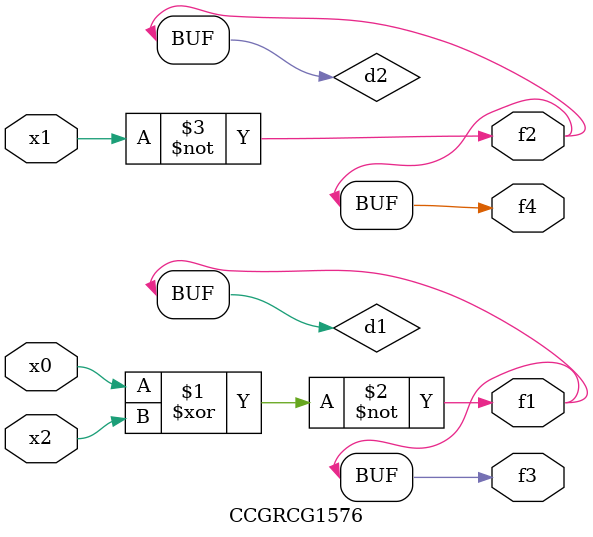
<source format=v>
module CCGRCG1576(
	input x0, x1, x2,
	output f1, f2, f3, f4
);

	wire d1, d2, d3;

	xnor (d1, x0, x2);
	nand (d2, x1);
	nor (d3, x1, x2);
	assign f1 = d1;
	assign f2 = d2;
	assign f3 = d1;
	assign f4 = d2;
endmodule

</source>
